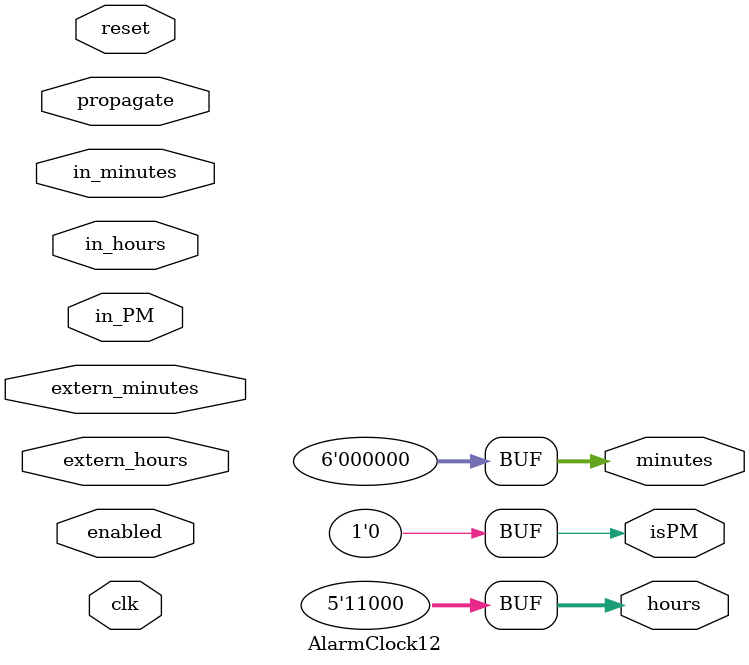
<source format=v>
`timescale 1ns / 1ps
module AlarmClock12(
   input enabled,
	input clk,
	input reset,
	input propagate,
	input [4:0] extern_hours,
	input [5:0] extern_minutes,
	input in_PM,
	input [3:0] in_hours,
	input [5:0] in_minutes,
	
	output reg isPM,
	output reg [4:0] hours,
	output reg [5:0] minutes
    );
	 
	parameter NOALARM = 5'b11000; // 24 hour as no alarm state

	initial begin
		isPM <= 0;
		hours <= NOALARM;
		minutes <= 0;
	end
	
endmodule

</source>
